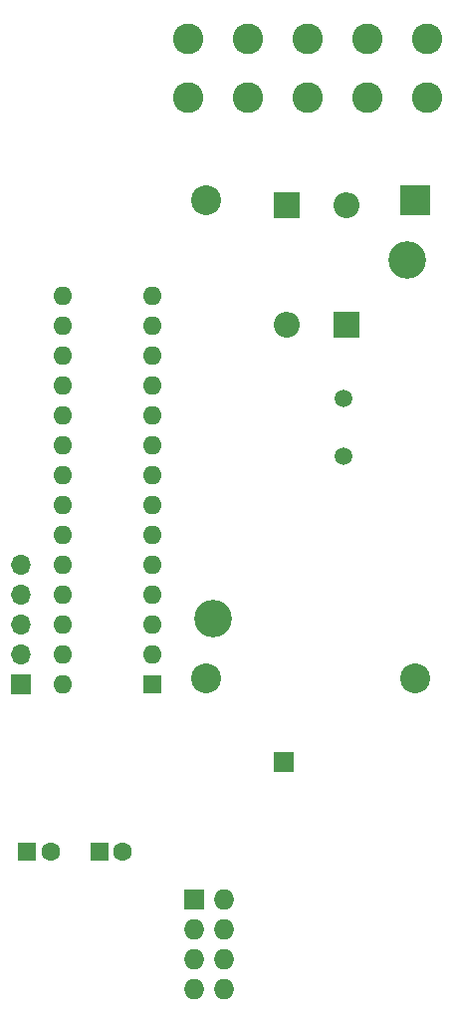
<source format=gbr>
%TF.GenerationSoftware,KiCad,Pcbnew,8.0.1*%
%TF.CreationDate,2024-10-28T19:37:42+01:00*%
%TF.ProjectId,ESP_01_MQTT,4553505f-3031-45f4-9d51-54542e6b6963,rev?*%
%TF.SameCoordinates,Original*%
%TF.FileFunction,Soldermask,Bot*%
%TF.FilePolarity,Negative*%
%FSLAX46Y46*%
G04 Gerber Fmt 4.6, Leading zero omitted, Abs format (unit mm)*
G04 Created by KiCad (PCBNEW 8.0.1) date 2024-10-28 19:37:42*
%MOMM*%
%LPD*%
G01*
G04 APERTURE LIST*
%ADD10R,1.700000X1.700000*%
%ADD11O,1.700000X1.700000*%
%ADD12C,1.500000*%
%ADD13C,2.600000*%
%ADD14C,3.200000*%
%ADD15R,2.540000X2.540000*%
%ADD16C,2.540000*%
%ADD17R,1.600000X1.600000*%
%ADD18C,1.600000*%
%ADD19R,2.200000X2.200000*%
%ADD20O,2.200000X2.200000*%
%ADD21O,1.600000X1.600000*%
%ADD22R,1.727200X1.727200*%
%ADD23O,1.727200X1.727200*%
G04 APERTURE END LIST*
D10*
%TO.C,J8*%
X119380000Y-106172000D03*
D11*
X119380000Y-103632000D03*
X119380000Y-101092000D03*
X119380000Y-98552000D03*
X119380000Y-96012000D03*
%TD*%
D12*
%TO.C,Y1*%
X146812000Y-81878000D03*
X146812000Y-86758000D03*
%TD*%
D13*
%TO.C,J3*%
X133604000Y-56308000D03*
X133604000Y-51308000D03*
%TD*%
D10*
%TO.C,J6*%
X141732000Y-112776000D03*
%TD*%
D14*
%TO.C,M1*%
X152273000Y-70104000D03*
X135763000Y-100584000D03*
D15*
X152908000Y-65024000D03*
D16*
X135128000Y-65024000D03*
X135128000Y-105664000D03*
X152908000Y-105664000D03*
%TD*%
D13*
%TO.C,J1*%
X153924000Y-56308000D03*
X153924000Y-51308000D03*
%TD*%
%TO.C,J2*%
X148844000Y-56308000D03*
X148844000Y-51308000D03*
%TD*%
D17*
%TO.C,C2*%
X126044888Y-120396000D03*
D18*
X128044888Y-120396000D03*
%TD*%
D19*
%TO.C,D2*%
X141966000Y-65455000D03*
D20*
X141966000Y-75615000D03*
%TD*%
D19*
%TO.C,D1*%
X147046000Y-75615000D03*
D20*
X147046000Y-65455000D03*
%TD*%
D13*
%TO.C,J4*%
X138684000Y-56308000D03*
X138684000Y-51308000D03*
%TD*%
D17*
%TO.C,U3*%
X130556000Y-106172000D03*
D21*
X130556000Y-103632000D03*
X130556000Y-101092000D03*
X130556000Y-98552000D03*
X130556000Y-96012000D03*
X130556000Y-93472000D03*
X130556000Y-90932000D03*
X130556000Y-88392000D03*
X130556000Y-85852000D03*
X130556000Y-83312000D03*
X130556000Y-80772000D03*
X130556000Y-78232000D03*
X130556000Y-75692000D03*
X130556000Y-73152000D03*
X122936000Y-73152000D03*
X122936000Y-75692000D03*
X122936000Y-78232000D03*
X122936000Y-80772000D03*
X122936000Y-83312000D03*
X122936000Y-85852000D03*
X122936000Y-88392000D03*
X122936000Y-90932000D03*
X122936000Y-93472000D03*
X122936000Y-96012000D03*
X122936000Y-98552000D03*
X122936000Y-101092000D03*
X122936000Y-103632000D03*
X122936000Y-106172000D03*
%TD*%
D13*
%TO.C,J5*%
X143764000Y-56308000D03*
X143764000Y-51308000D03*
%TD*%
D22*
%TO.C,U1*%
X134112000Y-124460000D03*
D23*
X136652000Y-124460000D03*
X134112000Y-127000000D03*
X136652000Y-127000000D03*
X134112000Y-129540000D03*
X136652000Y-129540000D03*
X134112000Y-132080000D03*
X136652000Y-132080000D03*
%TD*%
D17*
%TO.C,C1*%
X119888000Y-120396000D03*
D18*
X121888000Y-120396000D03*
%TD*%
M02*

</source>
